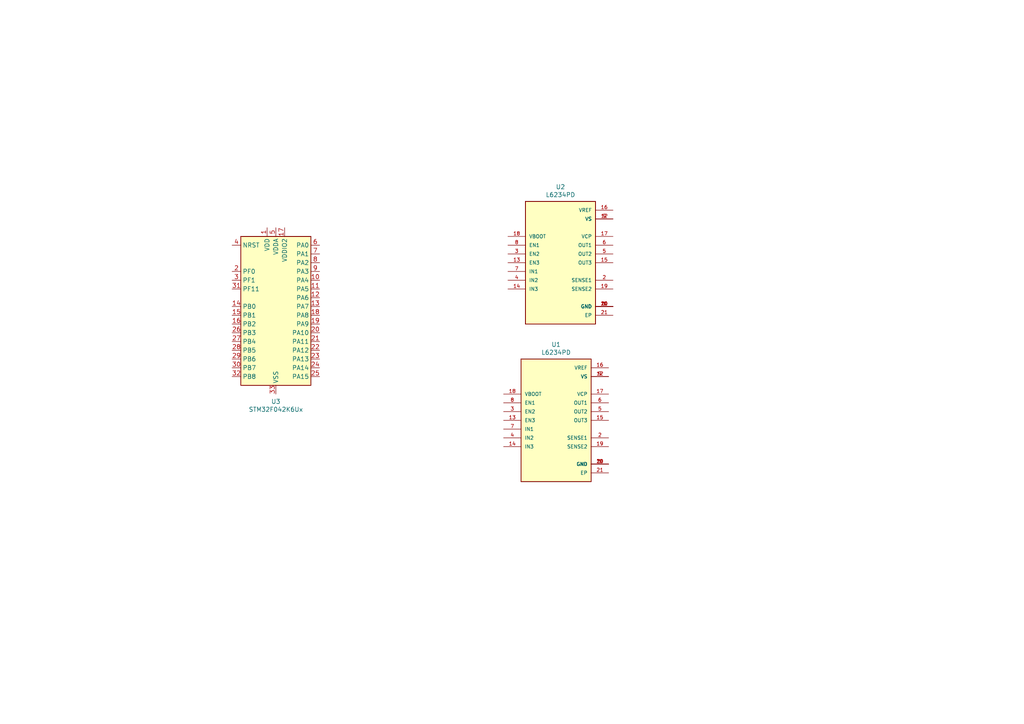
<source format=kicad_sch>
(kicad_sch (version 20201015) (generator eeschema)
  (paper "A4")
  (lib_symbols
    (symbol "L6234PD:L6234PD" (pin_names (offset 1.016))
      (property "Reference" "U" (at -10.16 18.4404 0))
      (property "Value" "L6234PD" (at -10.16 -20.3454 0))
      (symbol "L6234PD_0_0"
        (rectangle (start -10.16 -17.78) (end 10.16 17.78) (stroke (width 0.254)) (fill (type background)))
        (pin power_in line (at 15.24 -12.7 180) (length 5.08) (name "GND") (number "1"))
        (pin power_in line (at 15.24 -12.7 180) (length 5.08) (name "GND") (number "10"))
        (pin power_in line (at 15.24 -12.7 180) (length 5.08) (name "GND") (number "11"))
        (pin power_in line (at 15.24 -12.7 180) (length 5.08) (name "GND") (number "20"))
        (pin output line (at 15.24 -5.08 180) (length 5.08) (name "SENSE1") (number "2"))
        (pin input line (at -15.24 2.54 0) (length 5.08) (name "EN2") (number "3"))
        (pin input line (at -15.24 -5.08 0) (length 5.08) (name "IN2") (number "4"))
        (pin output line (at 15.24 2.54 180) (length 5.08) (name "OUT2") (number "5"))
        (pin output line (at 15.24 5.08 180) (length 5.08) (name "OUT1") (number "6"))
        (pin input line (at -15.24 -2.54 0) (length 5.08) (name "IN1") (number "7"))
        (pin input line (at -15.24 5.08 0) (length 5.08) (name "EN1") (number "8"))
        (pin power_in line (at 15.24 12.7 180) (length 5.08) (name "VS") (number "9"))
        (pin power_in line (at 15.24 12.7 180) (length 5.08) (name "VS") (number "12"))
        (pin input line (at -15.24 0 0) (length 5.08) (name "EN3") (number "13"))
        (pin input line (at -15.24 -7.62 0) (length 5.08) (name "IN3") (number "14"))
        (pin output line (at 15.24 0 180) (length 5.08) (name "OUT3") (number "15"))
        (pin power_in line (at 15.24 15.24 180) (length 5.08) (name "VREF") (number "16"))
        (pin output line (at 15.24 7.62 180) (length 5.08) (name "VCP") (number "17"))
        (pin input line (at -15.24 7.62 0) (length 5.08) (name "VBOOT") (number "18"))
        (pin output line (at 15.24 -7.62 180) (length 5.08) (name "SENSE2") (number "19"))
        (pin power_in line (at 15.24 -15.24 180) (length 5.08) (name "EP") (number "21"))
      )
    )
    (symbol "MCU_ST_STM32F0:STM32F042K6Ux"
      (property "Reference" "U" (at -10.16 21.59 0))
      (property "Value" "STM32F042K6Ux" (at 5.08 21.59 0))
      (symbol "STM32F042K6Ux_0_1"
        (rectangle (start -10.16 -22.86) (end 10.16 20.32) (stroke (width 0.254)) (fill (type background)))
      )
      (symbol "STM32F042K6Ux_1_1"
        (pin power_in line (at -2.54 22.86 270) (length 2.54) (name "VDD") (number "1"))
        (pin bidirectional line (at 12.7 7.62 180) (length 2.54) (name "PA4") (number "10"))
        (pin bidirectional line (at 12.7 5.08 180) (length 2.54) (name "PA5") (number "11"))
        (pin bidirectional line (at 12.7 2.54 180) (length 2.54) (name "PA6") (number "12"))
        (pin bidirectional line (at 12.7 0 180) (length 2.54) (name "PA7") (number "13"))
        (pin bidirectional line (at -12.7 0 0) (length 2.54) (name "PB0") (number "14"))
        (pin bidirectional line (at -12.7 -2.54 0) (length 2.54) (name "PB1") (number "15"))
        (pin bidirectional line (at -12.7 -5.08 0) (length 2.54) (name "PB2") (number "16"))
        (pin power_in line (at 2.54 22.86 270) (length 2.54) (name "VDDIO2") (number "17"))
        (pin bidirectional line (at 12.7 -2.54 180) (length 2.54) (name "PA8") (number "18"))
        (pin bidirectional line (at 12.7 -5.08 180) (length 2.54) (name "PA9") (number "19"))
        (pin input line (at -12.7 10.16 0) (length 2.54) (name "PF0") (number "2"))
        (pin bidirectional line (at 12.7 -7.62 180) (length 2.54) (name "PA10") (number "20"))
        (pin bidirectional line (at 12.7 -10.16 180) (length 2.54) (name "PA11") (number "21"))
        (pin bidirectional line (at 12.7 -12.7 180) (length 2.54) (name "PA12") (number "22"))
        (pin bidirectional line (at 12.7 -15.24 180) (length 2.54) (name "PA13") (number "23"))
        (pin bidirectional line (at 12.7 -17.78 180) (length 2.54) (name "PA14") (number "24"))
        (pin bidirectional line (at 12.7 -20.32 180) (length 2.54) (name "PA15") (number "25"))
        (pin bidirectional line (at -12.7 -7.62 0) (length 2.54) (name "PB3") (number "26"))
        (pin bidirectional line (at -12.7 -10.16 0) (length 2.54) (name "PB4") (number "27"))
        (pin bidirectional line (at -12.7 -12.7 0) (length 2.54) (name "PB5") (number "28"))
        (pin bidirectional line (at -12.7 -15.24 0) (length 2.54) (name "PB6") (number "29"))
        (pin input line (at -12.7 7.62 0) (length 2.54) (name "PF1") (number "3"))
        (pin bidirectional line (at -12.7 -17.78 0) (length 2.54) (name "PB7") (number "30"))
        (pin bidirectional line (at -12.7 5.08 0) (length 2.54) (name "PF11") (number "31"))
        (pin bidirectional line (at -12.7 -20.32 0) (length 2.54) (name "PB8") (number "32"))
        (pin power_in line (at 0 -25.4 90) (length 2.54) (name "VSS") (number "33"))
        (pin input line (at -12.7 17.78 0) (length 2.54) (name "NRST") (number "4"))
        (pin power_in line (at 0 22.86 270) (length 2.54) (name "VDDA") (number "5"))
        (pin bidirectional line (at 12.7 17.78 180) (length 2.54) (name "PA0") (number "6"))
        (pin bidirectional line (at 12.7 15.24 180) (length 2.54) (name "PA1") (number "7"))
        (pin bidirectional line (at 12.7 12.7 180) (length 2.54) (name "PA2") (number "8"))
        (pin bidirectional line (at 12.7 10.16 180) (length 2.54) (name "PA3") (number "9"))
      )
    )
  )
  (symbol (lib_id "L6234PD:L6234PD") (at 161.29 121.92 0) (unit 1)
    (property "Reference" "U1" (at 161.29 99.9298 0))
    (property "Value" "L6234PD" (at 161.29 102.2285 0))
    (property "Footprint" "footprint:SOIC127P1420X360-21N" (effects hide))
    (property "PARTREV" "11" (effects hide))
    (property "STANDARD" "IPC 7351B" (effects hide))
    (property "PACKAGE" "SOP-21" (effects hide))
    (property "MANUFACTURER" "ST MICROELECTRONICS" (effects hide))
  )
  (symbol (lib_id "L6234PD:L6234PD") (at 162.56 76.2 0) (unit 1)
    (property "Reference" "U2" (at 162.56 54.2098 0))
    (property "Value" "L6234PD" (at 162.56 56.5085 0))
    (property "Footprint" "footprint:SOIC127P1420X360-21N" (effects hide))
    (property "PARTREV" "11" (effects hide))
    (property "STANDARD" "IPC 7351B" (effects hide))
    (property "PACKAGE" "SOP-21" (effects hide))
    (property "MANUFACTURER" "ST MICROELECTRONICS" (effects hide))
  )
  (symbol (lib_id "MCU_ST_STM32F0:STM32F042K6Ux") (at 80.01 88.9 0) (unit 1)
    (property "Reference" "U3" (at 80.01 116.4654 0))
    (property "Value" "STM32F042K6Ux" (at 80.01 118.7641 0))
    (property "Footprint" "Package_DFN_QFN:QFN-32-1EP_5x5mm_P0.5mm_EP3.45x3.45mm" (effects hide))
    (property "Datasheet" "http://www.st.com/st-web-ui/static/active/en/resource/technical/document/datasheet/DM00105814.pdf" (effects hide))
  )
)
</source>
